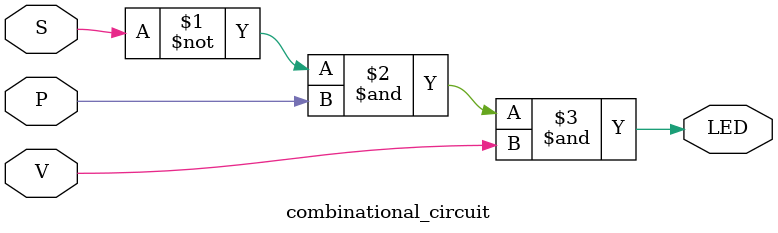
<source format=v>
module combinational_circuit(S,P,V,LED);

    input S,P,V;
    output LED;

    assign LED = (~S) & (P) & (V);

endmodule
</source>
